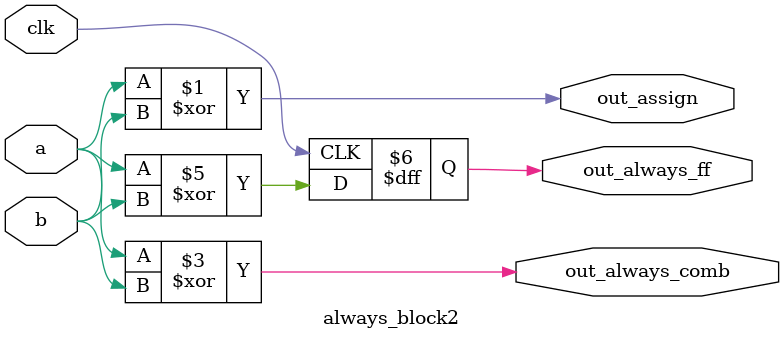
<source format=sv>
module always_block2 
(
  input clk,
  input a,
  input b,
  output wire out_assign,
  output reg out_always_comb,
  output reg out_always_ff
);

  assign out_assign = a ^ b;

  always @(*) begin
    out_always_comb = a ^ b;
  end

  always @(posedge clk) begin
    out_always_ff <= a ^ b;
  end

endmodule
</source>
